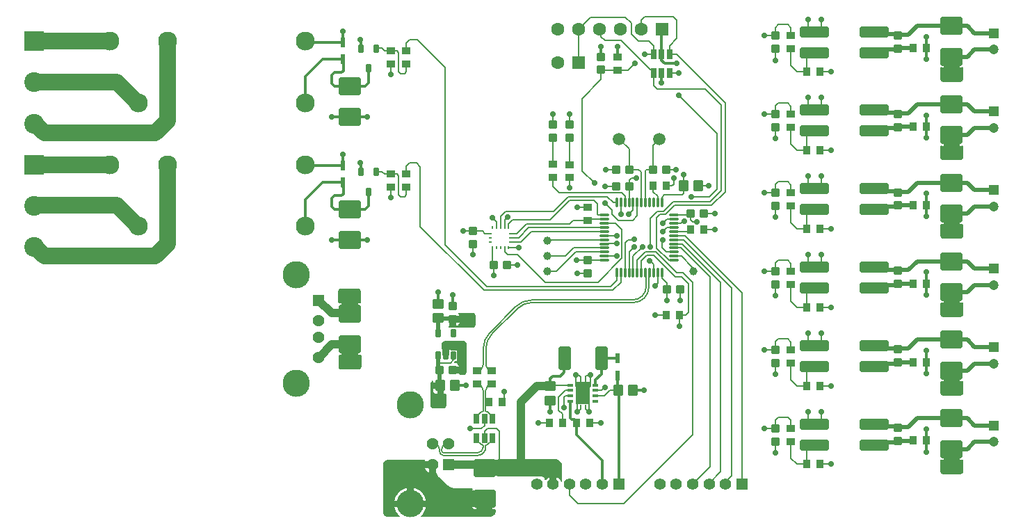
<source format=gtl>
G04*
G04 #@! TF.GenerationSoftware,Altium Limited,Altium Designer,22.10.1 (41)*
G04*
G04 Layer_Physical_Order=1*
G04 Layer_Color=16776960*
%FSLAX43Y43*%
%MOMM*%
G71*
G04*
G04 #@! TF.SameCoordinates,B95FFBA6-6113-45C9-A07F-A258FB423046*
G04*
G04*
G04 #@! TF.FilePolarity,Positive*
G04*
G01*
G75*
%ADD12C,0.500*%
%ADD13C,0.200*%
%ADD15C,0.300*%
%ADD53C,0.190*%
%ADD54C,1.000*%
G04:AMPARAMS|DCode=55|XSize=0.28mm|YSize=1.2mm|CornerRadius=0.07mm|HoleSize=0mm|Usage=FLASHONLY|Rotation=0.000|XOffset=0mm|YOffset=0mm|HoleType=Round|Shape=RoundedRectangle|*
%AMROUNDEDRECTD55*
21,1,0.280,1.060,0,0,0.0*
21,1,0.140,1.200,0,0,0.0*
1,1,0.140,0.070,-0.530*
1,1,0.140,-0.070,-0.530*
1,1,0.140,-0.070,0.530*
1,1,0.140,0.070,0.530*
%
%ADD55ROUNDEDRECTD55*%
G04:AMPARAMS|DCode=56|XSize=0.28mm|YSize=1.2mm|CornerRadius=0.07mm|HoleSize=0mm|Usage=FLASHONLY|Rotation=270.000|XOffset=0mm|YOffset=0mm|HoleType=Round|Shape=RoundedRectangle|*
%AMROUNDEDRECTD56*
21,1,0.280,1.060,0,0,270.0*
21,1,0.140,1.200,0,0,270.0*
1,1,0.140,-0.530,-0.070*
1,1,0.140,-0.530,0.070*
1,1,0.140,0.530,0.070*
1,1,0.140,0.530,-0.070*
%
%ADD56ROUNDEDRECTD56*%
%ADD57R,0.230X0.430*%
%ADD58R,1.800X2.740*%
G04:AMPARAMS|DCode=59|XSize=0.74mm|YSize=0.32mm|CornerRadius=0.013mm|HoleSize=0mm|Usage=FLASHONLY|Rotation=180.000|XOffset=0mm|YOffset=0mm|HoleType=Round|Shape=RoundedRectangle|*
%AMROUNDEDRECTD59*
21,1,0.740,0.294,0,0,180.0*
21,1,0.714,0.320,0,0,180.0*
1,1,0.026,-0.357,0.147*
1,1,0.026,0.357,0.147*
1,1,0.026,0.357,-0.147*
1,1,0.026,-0.357,-0.147*
%
%ADD59ROUNDEDRECTD59*%
%ADD60R,0.450X0.290*%
%ADD61R,0.290X0.450*%
G04:AMPARAMS|DCode=62|XSize=1mm|YSize=1.1mm|CornerRadius=0.125mm|HoleSize=0mm|Usage=FLASHONLY|Rotation=90.000|XOffset=0mm|YOffset=0mm|HoleType=Round|Shape=RoundedRectangle|*
%AMROUNDEDRECTD62*
21,1,1.000,0.850,0,0,90.0*
21,1,0.750,1.100,0,0,90.0*
1,1,0.250,0.425,0.375*
1,1,0.250,0.425,-0.375*
1,1,0.250,-0.425,-0.375*
1,1,0.250,-0.425,0.375*
%
%ADD62ROUNDEDRECTD62*%
G04:AMPARAMS|DCode=63|XSize=0.63mm|YSize=1.24mm|CornerRadius=0.079mm|HoleSize=0mm|Usage=FLASHONLY|Rotation=180.000|XOffset=0mm|YOffset=0mm|HoleType=Round|Shape=RoundedRectangle|*
%AMROUNDEDRECTD63*
21,1,0.630,1.083,0,0,180.0*
21,1,0.472,1.240,0,0,180.0*
1,1,0.158,-0.236,0.541*
1,1,0.158,0.236,0.541*
1,1,0.158,0.236,-0.541*
1,1,0.158,-0.236,-0.541*
%
%ADD63ROUNDEDRECTD63*%
%ADD64C,1.000*%
G04:AMPARAMS|DCode=65|XSize=1.3mm|YSize=3.5mm|CornerRadius=0.163mm|HoleSize=0mm|Usage=FLASHONLY|Rotation=270.000|XOffset=0mm|YOffset=0mm|HoleType=Round|Shape=RoundedRectangle|*
%AMROUNDEDRECTD65*
21,1,1.300,3.175,0,0,270.0*
21,1,0.975,3.500,0,0,270.0*
1,1,0.325,-1.588,-0.488*
1,1,0.325,-1.588,0.488*
1,1,0.325,1.588,0.488*
1,1,0.325,1.588,-0.488*
%
%ADD65ROUNDEDRECTD65*%
G04:AMPARAMS|DCode=66|XSize=0.6mm|YSize=1.05mm|CornerRadius=0.075mm|HoleSize=0mm|Usage=FLASHONLY|Rotation=180.000|XOffset=0mm|YOffset=0mm|HoleType=Round|Shape=RoundedRectangle|*
%AMROUNDEDRECTD66*
21,1,0.600,0.900,0,0,180.0*
21,1,0.450,1.050,0,0,180.0*
1,1,0.150,-0.225,0.450*
1,1,0.150,0.225,0.450*
1,1,0.150,0.225,-0.450*
1,1,0.150,-0.225,-0.450*
%
%ADD66ROUNDEDRECTD66*%
G04:AMPARAMS|DCode=67|XSize=1.26mm|YSize=0.58mm|CornerRadius=0.072mm|HoleSize=0mm|Usage=FLASHONLY|Rotation=270.000|XOffset=0mm|YOffset=0mm|HoleType=Round|Shape=RoundedRectangle|*
%AMROUNDEDRECTD67*
21,1,1.260,0.435,0,0,270.0*
21,1,1.115,0.580,0,0,270.0*
1,1,0.145,-0.217,-0.558*
1,1,0.145,-0.217,0.558*
1,1,0.145,0.217,0.558*
1,1,0.145,0.217,-0.558*
%
%ADD67ROUNDEDRECTD67*%
G04:AMPARAMS|DCode=68|XSize=1.4mm|YSize=1.15mm|CornerRadius=0.144mm|HoleSize=0mm|Usage=FLASHONLY|Rotation=270.000|XOffset=0mm|YOffset=0mm|HoleType=Round|Shape=RoundedRectangle|*
%AMROUNDEDRECTD68*
21,1,1.400,0.863,0,0,270.0*
21,1,1.113,1.150,0,0,270.0*
1,1,0.288,-0.431,-0.556*
1,1,0.288,-0.431,0.556*
1,1,0.288,0.431,0.556*
1,1,0.288,0.431,-0.556*
%
%ADD68ROUNDEDRECTD68*%
G04:AMPARAMS|DCode=69|XSize=1.4mm|YSize=1.15mm|CornerRadius=0.144mm|HoleSize=0mm|Usage=FLASHONLY|Rotation=180.000|XOffset=0mm|YOffset=0mm|HoleType=Round|Shape=RoundedRectangle|*
%AMROUNDEDRECTD69*
21,1,1.400,0.863,0,0,180.0*
21,1,1.113,1.150,0,0,180.0*
1,1,0.288,-0.556,0.431*
1,1,0.288,0.556,0.431*
1,1,0.288,0.556,-0.431*
1,1,0.288,-0.556,-0.431*
%
%ADD69ROUNDEDRECTD69*%
G04:AMPARAMS|DCode=70|XSize=1.5mm|YSize=2.8mm|CornerRadius=0.188mm|HoleSize=0mm|Usage=FLASHONLY|Rotation=0.000|XOffset=0mm|YOffset=0mm|HoleType=Round|Shape=RoundedRectangle|*
%AMROUNDEDRECTD70*
21,1,1.500,2.425,0,0,0.0*
21,1,1.125,2.800,0,0,0.0*
1,1,0.375,0.563,-1.212*
1,1,0.375,-0.563,-1.212*
1,1,0.375,-0.563,1.212*
1,1,0.375,0.563,1.212*
%
%ADD70ROUNDEDRECTD70*%
G04:AMPARAMS|DCode=71|XSize=2.743mm|YSize=2.159mm|CornerRadius=0.27mm|HoleSize=0mm|Usage=FLASHONLY|Rotation=180.000|XOffset=0mm|YOffset=0mm|HoleType=Round|Shape=RoundedRectangle|*
%AMROUNDEDRECTD71*
21,1,2.743,1.619,0,0,180.0*
21,1,2.203,2.159,0,0,180.0*
1,1,0.540,-1.102,0.810*
1,1,0.540,1.102,0.810*
1,1,0.540,1.102,-0.810*
1,1,0.540,-1.102,-0.810*
%
%ADD71ROUNDEDRECTD71*%
G04:AMPARAMS|DCode=72|XSize=0.92mm|YSize=1.08mm|CornerRadius=0.115mm|HoleSize=0mm|Usage=FLASHONLY|Rotation=270.000|XOffset=0mm|YOffset=0mm|HoleType=Round|Shape=RoundedRectangle|*
%AMROUNDEDRECTD72*
21,1,0.920,0.850,0,0,270.0*
21,1,0.690,1.080,0,0,270.0*
1,1,0.230,-0.425,-0.345*
1,1,0.230,-0.425,0.345*
1,1,0.230,0.425,0.345*
1,1,0.230,0.425,-0.345*
%
%ADD72ROUNDEDRECTD72*%
G04:AMPARAMS|DCode=73|XSize=0.92mm|YSize=1.08mm|CornerRadius=0.115mm|HoleSize=0mm|Usage=FLASHONLY|Rotation=180.000|XOffset=0mm|YOffset=0mm|HoleType=Round|Shape=RoundedRectangle|*
%AMROUNDEDRECTD73*
21,1,0.920,0.850,0,0,180.0*
21,1,0.690,1.080,0,0,180.0*
1,1,0.230,-0.345,0.425*
1,1,0.230,0.345,0.425*
1,1,0.230,0.345,-0.425*
1,1,0.230,-0.345,-0.425*
%
%ADD73ROUNDEDRECTD73*%
G04:AMPARAMS|DCode=74|XSize=0.6mm|YSize=1mm|CornerRadius=0.075mm|HoleSize=0mm|Usage=FLASHONLY|Rotation=0.000|XOffset=0mm|YOffset=0mm|HoleType=Round|Shape=RoundedRectangle|*
%AMROUNDEDRECTD74*
21,1,0.600,0.850,0,0,0.0*
21,1,0.450,1.000,0,0,0.0*
1,1,0.150,0.225,-0.425*
1,1,0.150,-0.225,-0.425*
1,1,0.150,-0.225,0.425*
1,1,0.150,0.225,0.425*
%
%ADD74ROUNDEDRECTD74*%
G04:AMPARAMS|DCode=75|XSize=0.94mm|YSize=1.03mm|CornerRadius=0.118mm|HoleSize=0mm|Usage=FLASHONLY|Rotation=90.000|XOffset=0mm|YOffset=0mm|HoleType=Round|Shape=RoundedRectangle|*
%AMROUNDEDRECTD75*
21,1,0.940,0.795,0,0,90.0*
21,1,0.705,1.030,0,0,90.0*
1,1,0.235,0.398,0.353*
1,1,0.235,0.398,-0.353*
1,1,0.235,-0.398,-0.353*
1,1,0.235,-0.398,0.353*
%
%ADD75ROUNDEDRECTD75*%
G04:AMPARAMS|DCode=76|XSize=0.94mm|YSize=1.03mm|CornerRadius=0.118mm|HoleSize=0mm|Usage=FLASHONLY|Rotation=0.000|XOffset=0mm|YOffset=0mm|HoleType=Round|Shape=RoundedRectangle|*
%AMROUNDEDRECTD76*
21,1,0.940,0.795,0,0,0.0*
21,1,0.705,1.030,0,0,0.0*
1,1,0.235,0.353,-0.398*
1,1,0.235,-0.353,-0.398*
1,1,0.235,-0.353,0.398*
1,1,0.235,0.353,0.398*
%
%ADD76ROUNDEDRECTD76*%
%ADD77C,2.000*%
%ADD78C,3.316*%
%ADD79C,1.428*%
%ADD80R,1.428X1.428*%
%ADD81C,1.600*%
%ADD82R,1.600X1.600*%
%ADD83C,2.400*%
%ADD84R,2.400X2.400*%
%ADD85C,2.300*%
%ADD86R,1.200X1.200*%
%ADD87C,1.200*%
%ADD88C,1.400*%
%ADD89R,1.400X1.400*%
%ADD90C,1.500*%
%ADD91C,0.700*%
G36*
X55931Y20734D02*
X56033D01*
X56216Y20770D01*
X56241Y20787D01*
X56353Y20727D01*
Y19488D01*
X56353Y19369D01*
D01*
X56336Y19249D01*
X56292Y19143D01*
X56180Y19030D01*
X56033Y18969D01*
X55953Y18969D01*
X53953Y18969D01*
X53953Y18969D01*
X53874Y18969D01*
X53727Y19030D01*
X53614Y19143D01*
X53553Y19290D01*
Y20691D01*
X53680Y20763D01*
X53829Y20734D01*
X53931D01*
Y22022D01*
X55931D01*
Y20734D01*
D02*
G37*
G36*
Y11180D02*
X56033D01*
X56216Y11217D01*
X56241Y11233D01*
X56353Y11173D01*
Y9939D01*
X56353Y9821D01*
D01*
X56336Y9701D01*
X56292Y9594D01*
X56180Y9481D01*
X56033Y9421D01*
X55953Y9421D01*
X53953Y9421D01*
X53953Y9421D01*
X53874Y9421D01*
X53727Y9481D01*
X53614Y9594D01*
X53553Y9741D01*
Y11138D01*
X53680Y11210D01*
X53829Y11180D01*
X53931D01*
Y12469D01*
X55931D01*
Y11180D01*
D02*
G37*
G36*
Y1627D02*
X56033D01*
X56216Y1663D01*
X56241Y1680D01*
X56353Y1620D01*
Y380D01*
X56353Y262D01*
D01*
X56336Y142D01*
X56292Y36D01*
X56180Y-77D01*
X56033Y-138D01*
X55953Y-138D01*
X53953Y-138D01*
X53953Y-138D01*
X53874Y-138D01*
X53727Y-77D01*
X53614Y36D01*
X53553Y183D01*
Y1584D01*
X53680Y1656D01*
X53829Y1627D01*
X53931D01*
Y2915D01*
X55931D01*
Y1627D01*
D02*
G37*
G36*
X-17372Y-6189D02*
X-17292D01*
X-17145Y-6250D01*
X-17033Y-6362D01*
X-16972Y-6509D01*
Y-7904D01*
X-17001Y-7932D01*
X-17099Y-7988D01*
X-17248Y-7958D01*
X-17350D01*
Y-9247D01*
X-19350D01*
Y-7958D01*
X-19452D01*
X-19635Y-7995D01*
X-19649Y-8004D01*
X-19772Y-7933D01*
Y-6589D01*
X-19772Y-6589D01*
X-19772Y-6589D01*
Y-6589D01*
X-19757Y-6472D01*
X-19711Y-6362D01*
X-19599Y-6250D01*
X-19452Y-6189D01*
X-19372Y-6189D01*
X-17372Y-6189D01*
Y-6189D01*
D02*
G37*
G36*
X55931Y-7927D02*
X56033D01*
X56216Y-7891D01*
X56241Y-7874D01*
X56353Y-7934D01*
Y-9173D01*
X56353Y-9291D01*
D01*
X56336Y-9411D01*
X56292Y-9518D01*
X56180Y-9630D01*
X56033Y-9691D01*
X55953Y-9691D01*
X53953Y-9691D01*
X53953Y-9691D01*
X53874Y-9691D01*
X53727Y-9630D01*
X53614Y-9518D01*
X53553Y-9371D01*
Y-7970D01*
X53680Y-7897D01*
X53829Y-7927D01*
X53931D01*
Y-6638D01*
X55931D01*
Y-7927D01*
D02*
G37*
G36*
X-3412Y-9140D02*
X-3412Y-9140D01*
X-3412D01*
X-3295Y-9154D01*
X-3178Y-9203D01*
X-3063Y-9318D01*
X-3000Y-9470D01*
X-3000Y-9552D01*
Y-10564D01*
X-3000Y-10564D01*
Y-10641D01*
X-3059Y-10782D01*
X-3167Y-10890D01*
X-3308Y-10949D01*
X-6350D01*
Y-10798D01*
X-6252Y-10718D01*
X-6200Y-10728D01*
Y-9950D01*
X-5800D01*
Y-9550D01*
X-4986D01*
X-5009Y-9435D01*
X-5102Y-9297D01*
X-5146Y-9267D01*
X-5107Y-9140D01*
X-3412D01*
X-3412Y-9140D01*
D02*
G37*
G36*
X-17350Y-14295D02*
X-17248D01*
X-17065Y-14259D01*
X-17040Y-14242D01*
X-16928Y-14302D01*
Y-15546D01*
X-16928Y-15665D01*
D01*
X-16945Y-15785D01*
X-16989Y-15891D01*
X-17101Y-16004D01*
X-17248Y-16065D01*
X-17328Y-16065D01*
X-19328Y-16065D01*
X-19328Y-16065D01*
X-19408Y-16065D01*
X-19555Y-16004D01*
X-19667Y-15891D01*
X-19728Y-15744D01*
Y-14338D01*
X-19601Y-14266D01*
X-19452Y-14295D01*
X-19350D01*
Y-13007D01*
X-17350D01*
Y-14295D01*
D02*
G37*
G36*
X-4550Y-12550D02*
X-4460Y-12550D01*
X-4295Y-12619D01*
X-4168Y-12745D01*
X-4111Y-12883D01*
X-4100Y-13000D01*
Y-13000D01*
X-4100D01*
X-4100Y-13000D01*
X-4100Y-16300D01*
X-4100Y-16380D01*
X-4161Y-16527D01*
X-4273Y-16639D01*
X-4380Y-16683D01*
X-4500Y-16700D01*
X-4989D01*
X-5086Y-16573D01*
X-5072Y-16500D01*
X-5849D01*
Y-15700D01*
X-5072D01*
X-5103Y-15540D01*
X-5196Y-15401D01*
X-5334Y-15309D01*
X-5497Y-15277D01*
X-5636D01*
X-5640Y-15150D01*
X-5536Y-15047D01*
X-5526Y-15031D01*
X-5474D01*
X-5395Y-15015D01*
X-5329Y-14971D01*
X-5284Y-14904D01*
X-5268Y-14825D01*
Y-13925D01*
X-5284Y-13846D01*
X-5329Y-13779D01*
X-5395Y-13735D01*
X-5474Y-13719D01*
X-5924D01*
X-6003Y-13735D01*
X-6141Y-13674D01*
X-6154Y-13655D01*
X-6249Y-13591D01*
Y-14375D01*
X-7049D01*
Y-13552D01*
X-7074Y-13543D01*
X-7131Y-13513D01*
Y-12885D01*
X-7067Y-12731D01*
X-6949Y-12614D01*
X-6796Y-12550D01*
X-6712Y-12550D01*
X-6712Y-12550D01*
X-4550Y-12550D01*
D02*
G37*
G36*
X55931Y-17481D02*
X56033D01*
X56216Y-17444D01*
X56241Y-17427D01*
X56353Y-17487D01*
Y-18732D01*
X56353Y-18850D01*
D01*
X56336Y-18970D01*
X56292Y-19076D01*
X56180Y-19189D01*
X56033Y-19250D01*
X55953Y-19250D01*
X53953Y-19250D01*
X53953Y-19250D01*
X53874Y-19250D01*
X53727Y-19189D01*
X53614Y-19076D01*
X53553Y-18929D01*
Y-17523D01*
X53680Y-17451D01*
X53829Y-17481D01*
X53931D01*
Y-16192D01*
X55931D01*
Y-17481D01*
D02*
G37*
G36*
X-8298Y-17428D02*
X-8183Y-17505D01*
X-8183Y-17528D01*
Y-17600D01*
X-7299D01*
Y-18000D01*
X-6899D01*
Y-19009D01*
X-6868D01*
X-6716Y-18978D01*
X-6589Y-19044D01*
Y-20388D01*
X-6589Y-20388D01*
X-6589Y-20470D01*
X-6652Y-20622D01*
X-6767Y-20737D01*
X-6919Y-20800D01*
X-7001Y-20800D01*
X-8097Y-20800D01*
X-8097Y-20800D01*
X-8175Y-20800D01*
X-8319Y-20740D01*
X-8430Y-20630D01*
X-8490Y-20486D01*
X-8490Y-20408D01*
Y-17707D01*
X-8466Y-17589D01*
X-8443Y-17534D01*
X-8357Y-17448D01*
X-8306Y-17426D01*
X-8298Y-17428D01*
D02*
G37*
G36*
X-9163Y-27127D02*
X-9219Y-27225D01*
X-8279D01*
Y-27625D01*
X-7879D01*
Y-28568D01*
X-7862Y-28563D01*
X-7748Y-28626D01*
X-7735Y-28695D01*
X-7658Y-28880D01*
X-7560Y-29027D01*
X-7547Y-29046D01*
X-7479Y-29121D01*
X-7479Y-29121D01*
X-6489Y-30111D01*
X-6392Y-30199D01*
X-6176Y-30343D01*
X-5936Y-30443D01*
X-5680Y-30494D01*
X-5550Y-30500D01*
X-5550Y-30500D01*
X-3428D01*
X-3386Y-30625D01*
X-3485Y-30773D01*
X-1946D01*
Y-31773D01*
X-946D01*
Y-33062D01*
X-844D01*
X-727Y-33039D01*
X-600Y-33126D01*
Y-33283D01*
X-600Y-33356D01*
X-628Y-33497D01*
X-683Y-33631D01*
X-764Y-33751D01*
X-866Y-33853D01*
X-986Y-33933D01*
X-1120Y-33989D01*
X-1211Y-34007D01*
X-1333Y-34017D01*
X-1333Y-34017D01*
X-1333Y-34017D01*
X-9679D01*
X-9715Y-33890D01*
X-9468Y-33643D01*
X-9254Y-33322D01*
X-9106Y-32966D01*
X-9072Y-32795D01*
X-10989D01*
X-12906D01*
X-12872Y-32966D01*
X-12724Y-33322D01*
X-12510Y-33643D01*
X-12263Y-33890D01*
X-12300Y-34017D01*
X-13690D01*
X-13811Y-34017D01*
X-14035Y-33924D01*
X-14207Y-33752D01*
X-14300Y-33528D01*
X-14300Y-33407D01*
Y-27613D01*
X-14300Y-27491D01*
X-14207Y-27266D01*
X-14034Y-27093D01*
X-13809Y-27000D01*
X-13687Y-27000D01*
X-13687Y-27000D01*
Y-27000D01*
X-9236Y-27000D01*
X-9163Y-27127D01*
D02*
G37*
G36*
X55931Y-27034D02*
X56033D01*
X56216Y-26998D01*
X56241Y-26981D01*
X56353Y-27041D01*
Y-28285D01*
X56353Y-28403D01*
D01*
X56336Y-28523D01*
X56292Y-28630D01*
X56180Y-28742D01*
X56033Y-28803D01*
X55953Y-28803D01*
X53953Y-28803D01*
X53953Y-28803D01*
X53874Y-28803D01*
X53727Y-28742D01*
X53614Y-28630D01*
X53553Y-28483D01*
Y-27077D01*
X53680Y-27004D01*
X53829Y-27034D01*
X53931D01*
Y-25746D01*
X55931D01*
Y-27034D01*
D02*
G37*
G36*
X6583Y-26934D02*
X6583Y-26934D01*
X6583D01*
X6701Y-26939D01*
X6850Y-26969D01*
X7017Y-27038D01*
X7168Y-27139D01*
X7295Y-27266D01*
X7396Y-27416D01*
X7465Y-27583D01*
X7500Y-27761D01*
X7500Y-27851D01*
X7500Y-29100D01*
Y-29751D01*
X7373Y-29768D01*
X7332Y-29614D01*
X7200Y-29386D01*
X7014Y-29200D01*
X6800Y-29076D01*
Y-30000D01*
X6000D01*
Y-29076D01*
X5786Y-29200D01*
X5600Y-29386D01*
X5527Y-29512D01*
X5517Y-29509D01*
X5400Y-29472D01*
X5393Y-29399D01*
X5374Y-29354D01*
X5337Y-29265D01*
X5235Y-29163D01*
X5101Y-29107D01*
X5028Y-29100D01*
X-323Y-29100D01*
X-372Y-29013D01*
X-1946D01*
Y-27013D01*
X-365D01*
X-318Y-26934D01*
X6583D01*
X6583Y-26934D01*
D02*
G37*
%LPC*%
G36*
X-4986Y-10350D02*
X-5400D01*
Y-10728D01*
X-5240Y-10696D01*
X-5102Y-10604D01*
X-5009Y-10465D01*
X-4986Y-10350D01*
D02*
G37*
G36*
X-7699Y-18400D02*
X-8183D01*
Y-18556D01*
X-8149Y-18729D01*
X-8050Y-18876D01*
X-7904Y-18974D01*
X-7731Y-19009D01*
X-7699D01*
Y-18400D01*
D02*
G37*
G36*
X-8679Y-28025D02*
X-9219D01*
X-9091Y-28247D01*
X-8902Y-28436D01*
X-8679Y-28565D01*
Y-28025D01*
D02*
G37*
G36*
X-10589Y-30478D02*
Y-31995D01*
X-9072D01*
X-9106Y-31824D01*
X-9254Y-31467D01*
X-9468Y-31147D01*
X-9741Y-30874D01*
X-10062Y-30660D01*
X-10418Y-30512D01*
X-10589Y-30478D01*
D02*
G37*
G36*
X-11389Y-30478D02*
X-11560Y-30512D01*
X-11917Y-30660D01*
X-12237Y-30874D01*
X-12510Y-31147D01*
X-12724Y-31467D01*
X-12872Y-31824D01*
X-12906Y-31995D01*
X-11389D01*
Y-30478D01*
D02*
G37*
G36*
X-2946Y-32773D02*
X-3485D01*
X-3386Y-32922D01*
X-3231Y-33026D01*
X-3047Y-33062D01*
X-2946D01*
Y-32773D01*
D02*
G37*
%LPD*%
D12*
X-7449Y-17638D02*
G03*
X-7299Y-18000I512J0D01*
G01*
X-7599Y-15738D02*
G03*
X-7449Y-16100I512J0D01*
G01*
X-7599Y-15238D02*
Y-14375D01*
Y-15738D02*
Y-15238D01*
X-7507Y-9875D02*
X-5875D01*
X-5800Y-9950D01*
X-7582Y-9800D02*
X-7507Y-9875D01*
X-7590Y-11616D02*
Y-9809D01*
X-7599Y-11625D02*
X-7590Y-11616D01*
Y-9809D02*
X-7582Y-9800D01*
X-7449Y-17638D02*
Y-16100D01*
X57727Y-22868D02*
X60100D01*
X49639Y-23062D02*
X50716Y-21986D01*
X45485Y-22704D02*
X45791Y-23010D01*
X48236D01*
X48288Y-23062D01*
X49639D01*
X56844Y-21986D02*
X57727Y-22868D01*
X50716Y-21986D02*
X56844D01*
X57727Y-13314D02*
X60100D01*
X45485Y-13150D02*
X45791Y-13456D01*
X48236D01*
X45847Y-15328D02*
X48241D01*
X45485Y-15690D02*
X45847Y-15328D01*
X57727Y13346D02*
X60100D01*
X57727Y5793D02*
X60100D01*
X57727Y-5761D02*
X60100D01*
X57727Y3793D02*
X60100D01*
X57727Y-3761D02*
X60100D01*
X56844Y-6643D02*
X57727Y-5761D01*
X54931Y-6643D02*
X56844D01*
X54931Y-2878D02*
X56844D01*
X57727Y-3761D01*
X50716Y-12432D02*
X54931D01*
X48241Y-5775D02*
X48374Y-5641D01*
X48236Y-3902D02*
X48288Y-3954D01*
X45485Y-6136D02*
X45847Y-5775D01*
X45485Y-3596D02*
X45791Y-3902D01*
X45847Y-5775D02*
X48241D01*
X45791Y-3902D02*
X48236D01*
X50716Y16229D02*
X54931D01*
X48236Y15205D02*
X48288Y15153D01*
X49639D01*
X50716Y16229D01*
X50233Y13491D02*
X50258Y13516D01*
X48399Y-5616D02*
X50233D01*
X50258Y-5591D01*
X48288Y-3954D02*
X49639D01*
X48374Y13466D02*
X48399Y13491D01*
X48241Y13333D02*
X48374Y13466D01*
X48399Y3937D02*
X50233D01*
X48374Y3912D02*
X48399Y3937D01*
X48241Y3779D02*
X48374Y3912D01*
X45847Y3779D02*
X48241D01*
X45485Y3417D02*
X45847Y3779D01*
X50716Y-2878D02*
X54931D01*
X49639Y-3954D02*
X50716Y-2878D01*
X50233Y3937D02*
X50258Y3962D01*
X48374Y-5641D02*
X48399Y-5616D01*
X54931Y25782D02*
X56844D01*
X57727Y24900D01*
X45847Y22886D02*
X48241D01*
X45791Y24758D02*
X48236D01*
X45485Y22524D02*
X45847Y22886D01*
X45485Y25064D02*
X45791Y24758D01*
X57727Y15346D02*
X60100D01*
X56844Y16229D02*
X57727Y15346D01*
X54931Y12464D02*
X56844D01*
X45791Y15205D02*
X48236D01*
X45485Y15511D02*
X45791Y15205D01*
X45847Y13333D02*
X48241D01*
X45485Y12971D02*
X45847Y13333D01*
X56844Y6675D02*
X57727Y5793D01*
X54931Y6675D02*
X56844D01*
Y2910D02*
X57727Y3793D01*
X54931Y2910D02*
X56844D01*
X57727Y24900D02*
X60100D01*
X57727Y22900D02*
X60100D01*
X56844Y22018D02*
X57727Y22900D01*
X54931Y22018D02*
X56844D01*
X48374Y23019D02*
X48399Y23044D01*
X50716Y25782D02*
X54931D01*
X49639Y24706D02*
X50716Y25782D01*
X48399Y23044D02*
X50233D01*
X50258Y23069D01*
X48288Y24706D02*
X49639D01*
X48241Y22886D02*
X48374Y23019D01*
X48236Y24758D02*
X48288Y24706D01*
X48399Y13491D02*
X50233D01*
X54931Y16229D02*
X56844D01*
X45485Y5957D02*
X45791Y5651D01*
X48288Y5599D02*
X49639D01*
X50716Y6675D02*
X54931D01*
X49639Y5599D02*
X50716Y6675D01*
X48236Y5651D02*
X48288Y5599D01*
X45791Y5651D02*
X48236D01*
X56844Y12464D02*
X57727Y13346D01*
X56844Y-12432D02*
X57727Y-13314D01*
Y-15314D02*
X60100D01*
X56844Y-16197D02*
X57727Y-15314D01*
X54931Y-25750D02*
X56844D01*
X57727Y-24868D02*
X60100D01*
X56844Y-25750D02*
X57727Y-24868D01*
X45847Y-24882D02*
X48241D01*
X48374Y-24749D02*
X48399Y-24724D01*
X48241Y-24882D02*
X48374Y-24749D01*
X45485Y-25244D02*
X45847Y-24882D01*
X48399Y-24724D02*
X50233D01*
X50258Y-24699D01*
X54931Y-12432D02*
X56844D01*
X54931Y-16197D02*
X56844D01*
X48288Y-13508D02*
X49639D01*
X48374Y-15195D02*
X48399Y-15170D01*
X49639Y-13508D02*
X50716Y-12432D01*
X50233Y-15170D02*
X50258Y-15145D01*
X48399Y-15170D02*
X50233D01*
X48241Y-15328D02*
X48374Y-15195D01*
X48236Y-13456D02*
X48288Y-13508D01*
D13*
X21709Y17367D02*
X26381Y12696D01*
Y5924D02*
Y12696D01*
X24968Y18100D02*
X26898Y16170D01*
X18676Y18524D02*
X19100Y18100D01*
X24968D01*
X23201Y4993D02*
X25449D01*
X19711Y-1244D02*
Y-286D01*
X20576Y20047D02*
X21705D01*
X14252Y20395D02*
X15553D01*
X16341Y21184D01*
X12692Y23984D02*
X14711D01*
X18205Y20489D02*
X18461D01*
X18676Y18524D02*
Y20274D01*
X18461Y20489D02*
X18676Y20274D01*
X14711Y23984D02*
X18205Y20489D01*
X17547Y22347D02*
X18676D01*
X18060Y23940D02*
X18676Y23324D01*
Y22347D02*
Y23324D01*
X16815Y23940D02*
X18060D01*
X15937Y24818D02*
X16815Y23940D01*
X15190Y26844D02*
X15937Y26097D01*
Y24818D02*
Y26097D01*
X10984Y26844D02*
X15190D01*
X9530Y25390D02*
X10984Y26844D01*
X12070Y25390D02*
X12256Y25205D01*
Y24421D02*
Y25205D01*
Y24421D02*
X12692Y23984D01*
X21024Y26876D02*
X21466Y26434D01*
X20576Y23376D02*
X21466Y24266D01*
Y26434D01*
X17150Y26492D02*
X17534Y26876D01*
X21024D01*
X17150Y25390D02*
Y26492D01*
X20576Y22347D02*
Y23376D01*
Y22347D02*
X21453D01*
X27376Y16424D01*
X23352Y-3947D02*
X23506Y-4100D01*
X23352Y-3947D02*
Y-3552D01*
X22050Y-2250D02*
X23352Y-3552D01*
X21157Y-2250D02*
X22050D01*
X21157Y-1250D02*
X21989D01*
X25489Y-4751D01*
Y-27911D02*
Y-4751D01*
X21157Y-750D02*
X22142D01*
X26809Y-28492D02*
Y-5417D01*
X22142Y-750D02*
X26809Y-5417D01*
X21157Y-250D02*
X22259D01*
X28117Y-28990D02*
Y-6108D01*
X22259Y-250D02*
X28117Y-6108D01*
X29400Y-30000D02*
Y-6709D01*
X21157Y250D02*
X22441D01*
X29400Y-6709D01*
X22001Y1750D02*
X22232Y1981D01*
X21157Y1750D02*
X22001D01*
X22232Y1981D02*
X22349D01*
X15550Y-250D02*
X16236D01*
X15157Y-643D02*
X15550Y-250D01*
X16236D02*
X16300Y-185D01*
X15657Y-1743D02*
X16252Y-1148D01*
X16295D01*
X19412Y2826D02*
X20111D01*
X19023Y2437D02*
X19412Y2826D01*
X19023Y-1273D02*
Y2437D01*
X18200Y-1095D02*
Y2341D01*
X19084Y3225D02*
X19848D01*
X18200Y2341D02*
X19084Y3225D01*
X12660Y253D02*
X14142D01*
X14660Y2847D02*
Y4247D01*
X8409Y13819D02*
X8411Y13817D01*
X8409Y13819D02*
Y15044D01*
X8400Y8900D02*
Y12174D01*
X9952Y8103D02*
X11426Y6629D01*
X9952Y16946D02*
X12250Y19244D01*
X9952Y8103D02*
Y16946D01*
X8391Y7291D02*
X8400Y7300D01*
X8391Y6098D02*
Y7291D01*
X7161Y5439D02*
X14752D01*
X15157Y5034D01*
X6400Y6200D02*
X7161Y5439D01*
X20217Y-1750D02*
X21157D01*
X19711Y-1244D02*
X20217Y-1750D01*
X19726Y1724D02*
X20252Y2250D01*
X35370Y24569D02*
Y25524D01*
X32093Y-4088D02*
X33443D01*
X33456Y-4100D01*
X32093Y-13641D02*
X33443D01*
X33456Y-13654D01*
X32093Y-23195D02*
X33443D01*
X33456Y-23208D01*
X32093Y5466D02*
X33443D01*
X33456Y5453D01*
X32093Y15020D02*
X33443D01*
X33456Y15007D01*
X32093Y24573D02*
X33443D01*
X33456Y24560D01*
X20252Y1250D02*
X21157D01*
X19726Y724D02*
X20252Y1250D01*
Y2250D02*
X21157D01*
X20111Y2826D02*
X21206Y3921D01*
X19848Y3225D02*
X20990Y4367D01*
X25528D01*
X21206Y3921D02*
X25728D01*
X12982Y4996D02*
X13728Y4250D01*
X6459Y3200D02*
X8254Y4996D01*
X12982D01*
X11799Y2875D02*
Y4140D01*
X11397Y4542D02*
X11799Y4140D01*
X8442Y4542D02*
X11397D01*
X6064Y2164D02*
X8442Y4542D01*
X6363Y13846D02*
Y15071D01*
Y13846D02*
X6364Y13844D01*
X6384Y8958D02*
Y12170D01*
Y8958D02*
X6415Y8927D01*
X6353Y12201D02*
X6384Y12170D01*
X6400Y6200D02*
Y7312D01*
X6415Y7327D01*
X13728Y4250D02*
X14157D01*
X15157D02*
Y5034D01*
X35370Y-4091D02*
Y-3137D01*
X13588Y2885D02*
Y3361D01*
X12750Y4200D02*
X13588Y3361D01*
Y2885D02*
X14373Y2100D01*
X16100D01*
X15157Y-4250D02*
Y-643D01*
X15657Y-4250D02*
Y-1743D01*
X16157Y-4250D02*
Y-2243D01*
X17295Y-1105D01*
X5850Y-250D02*
X12657D01*
X5700Y-400D02*
X5850Y-250D01*
X7950Y-2250D02*
X8950Y-1250D01*
X5700Y-2250D02*
X7950D01*
X8950Y-1250D02*
X12657D01*
X5700Y-4100D02*
X6800D01*
X9150Y-1750D01*
X12657D01*
X600Y3200D02*
X6459D01*
X16657Y4250D02*
X16658Y4249D01*
X8400Y1700D02*
X8812Y2112D01*
X10624D01*
X10762Y2250D01*
X12657D01*
X25449Y4993D02*
X26381Y5924D01*
X25528Y4367D02*
X26898Y5737D01*
Y16170D01*
X25728Y3921D02*
X27376Y5569D01*
Y16424D01*
X16100Y2100D02*
X16657Y2657D01*
Y4250D01*
X12250Y19244D02*
Y20422D01*
X19023Y-1273D02*
X20500Y-2750D01*
X16160Y3363D02*
Y4247D01*
X15644Y2847D02*
X16160Y3363D01*
X16157Y4250D02*
X16160Y4247D01*
X14241Y20405D02*
X14250Y20397D01*
X12266Y20405D02*
X14241D01*
X12250Y20422D02*
X12266Y20405D01*
X18657Y-4250D02*
Y-3284D01*
X18181Y-2809D02*
X18657Y-3284D01*
X23152Y2193D02*
X23401Y1944D01*
X23952D01*
X23152Y2193D02*
Y2950D01*
X21157Y2750D02*
X23152D01*
X24752Y2950D02*
X26102D01*
X24739Y2963D02*
X24752Y2950D01*
X192Y-20034D02*
X434Y-19791D01*
X15657Y6245D02*
Y6976D01*
X20500Y-2750D02*
X21157D01*
X9530Y21304D02*
Y25390D01*
X9526Y21300D02*
X9530Y21304D01*
X-6055Y-15238D02*
X-5700Y-14883D01*
X-7599Y-15238D02*
X-6055D01*
X-5700Y-14883D02*
Y-14376D01*
X-5699Y-14375D01*
X-9750Y1350D02*
Y8615D01*
X-1981Y-6419D02*
X13690D01*
X-9750Y1350D02*
X-1981Y-6419D01*
X-6700Y-900D02*
Y20700D01*
Y-900D02*
X-1660Y-5940D01*
X13418D01*
X900Y-2100D02*
X2100D01*
X5426Y-5426D01*
X11851D01*
X1225Y-500D02*
X2531D01*
X3781Y750D02*
X12657D01*
X2531Y-500D02*
X3781Y750D01*
X1225Y0D02*
X2200D01*
X3450Y1250D02*
X12657D01*
X2200Y0D02*
X3450Y1250D01*
X1225Y500D02*
X2000D01*
X3200Y1700D02*
X8400D01*
X2000Y500D02*
X3200Y1700D01*
X11851Y-5426D02*
X14771Y-2506D01*
X13690Y-6419D02*
X14657Y-5452D01*
Y-4250D01*
X13418Y-5940D02*
X14157Y-5201D01*
X-11047Y9094D02*
X-10230D01*
X-9750Y8615D01*
X14157Y-5201D02*
Y-4250D01*
X434Y-19791D02*
Y-18699D01*
X7780Y-19420D02*
X7938Y-19263D01*
X7091Y-19409D02*
X7887Y-18612D01*
X7780Y-20701D02*
Y-19420D01*
X7091Y-20997D02*
Y-19409D01*
Y-20997D02*
X7536Y-21442D01*
X10876Y-22538D02*
X12226D01*
X7536Y-22538D02*
Y-21442D01*
X4589Y-22537D02*
X5939D01*
X21819Y-10750D02*
Y-9400D01*
X11583Y-19263D02*
X12637D01*
X13363Y-18538D02*
X14337D01*
X12637Y-19263D02*
X13363Y-18538D01*
X18869Y-9400D02*
X20219D01*
X10393Y-20867D02*
X10733Y-21207D01*
X10803D01*
X10387Y-20522D02*
X10393Y-20528D01*
Y-20867D02*
Y-20528D01*
X9322Y-21207D02*
X9423D01*
X9742Y-20888D01*
Y-20527D01*
X9738Y-20522D02*
X9742Y-20527D01*
X10387Y-16913D02*
X10487Y-16813D01*
X10836D02*
X10932Y-16717D01*
X10487Y-16813D02*
X10836D01*
X10387Y-17353D02*
Y-16913D01*
X9200Y-16700D02*
X9296Y-16796D01*
X9596D01*
X9738Y-17353D02*
Y-16938D01*
X9596Y-16796D02*
X9738Y-16938D01*
X9322Y-21207D02*
Y-19678D01*
X10062Y-18938D02*
X10803Y-19678D01*
Y-21207D02*
Y-19678D01*
X10062Y-18938D02*
X10932Y-18068D01*
Y-16717D01*
X9200Y-18075D02*
X10062Y-18938D01*
X9200Y-18075D02*
Y-16700D01*
X9322Y-19678D02*
X10062Y-18938D01*
X7938Y-19263D02*
X8542D01*
X7887Y-18612D02*
X8542D01*
X6162Y-17962D02*
X8542D01*
X6062Y-18062D02*
X6162Y-17962D01*
X23400Y-30000D02*
X25489Y-27911D01*
X25400Y-29901D02*
X26809Y-28492D01*
X27400Y-29707D02*
X28117Y-28990D01*
X27400Y-30000D02*
Y-29707D01*
X25400Y-30000D02*
Y-29901D01*
X18814Y-5868D02*
Y-5847D01*
X19160Y-5501D02*
Y-4253D01*
X18814Y-5847D02*
X19160Y-5501D01*
X19157Y-4250D02*
X19160Y-4253D01*
X20244Y-7608D02*
Y-6258D01*
X21844Y-7608D02*
Y-6258D01*
X24740Y959D02*
X26090D01*
X23131Y750D02*
X23140Y759D01*
X21157Y750D02*
X23131D01*
X1465Y2164D02*
X6064D01*
X1000Y1700D02*
X1465Y2164D01*
X11916Y2758D02*
X12649D01*
X11799Y2875D02*
X11916Y2758D01*
X10614Y3732D02*
X10629Y3717D01*
X9316Y3732D02*
X10614D01*
X12649Y2758D02*
X12657Y2750D01*
X14011Y1750D02*
X14771Y990D01*
Y-2506D02*
Y990D01*
X12657Y1750D02*
X14011D01*
X12660Y-2247D02*
X14142D01*
X12657Y-2250D02*
X12660Y-2247D01*
X14142D02*
X14145Y-2244D01*
X12657Y-750D02*
X12660Y-747D01*
X14142D02*
X14145Y-744D01*
X12660Y-747D02*
X14142D01*
X-100Y-27774D02*
Y-23600D01*
X-1903Y-24331D02*
Y-23570D01*
X-1946Y-24373D02*
X-1903Y-24331D01*
X-1533Y-23200D02*
X-500D01*
X-1903Y-23570D02*
X-1533Y-23200D01*
X-3655Y-23236D02*
X-2298D01*
X-1944Y-22882D02*
Y-22075D01*
X-2298Y-23236D02*
X-1944Y-22882D01*
X-500Y-23200D02*
X-100Y-23600D01*
X-11451Y22720D02*
Y23691D01*
X-11047Y24095D01*
X-10094D01*
X-6700Y20700D01*
X-11451Y8691D02*
X-11047Y9094D01*
X-11451Y7720D02*
Y8691D01*
X500Y1225D02*
Y2132D01*
X879Y2512D01*
X1000Y1225D02*
Y1700D01*
X0Y2600D02*
X600Y3200D01*
X0Y1225D02*
Y2600D01*
X-996Y2407D02*
X-500Y1912D01*
Y1225D02*
Y1912D01*
X500Y-1700D02*
X900Y-2100D01*
X500Y-1700D02*
Y-1225D01*
X1000D02*
X1002Y-1227D01*
X2221D02*
X2223Y-1230D01*
X1002Y-1227D02*
X2221D01*
X-1000Y-3112D02*
Y-1225D01*
Y-3112D02*
X-788Y-3325D01*
X-790Y-4576D02*
Y-3327D01*
X815Y-3327D02*
X2063D01*
X813Y-3325D02*
X815Y-3327D01*
X-4576Y802D02*
X-3327D01*
X-3325Y800D01*
X-3327Y-802D02*
X-3325Y-800D01*
X-3327Y-2051D02*
Y-802D01*
X-2200Y800D02*
X-1900Y500D01*
X-3325Y800D02*
X-2200D01*
X-1900Y500D02*
X-1225D01*
X-11691Y4966D02*
X-11451Y5206D01*
X-13359Y4892D02*
Y6120D01*
X-12387Y5192D02*
X-12162Y4966D01*
X-11691D01*
X-15052Y8048D02*
X-14469D01*
X-15106Y7994D02*
X-15052Y8048D01*
X-12387Y5192D02*
Y7515D01*
X-14142Y7720D02*
X-13359D01*
X-12593D02*
X-12387Y7515D01*
X-14469Y8048D02*
X-14142Y7720D01*
X-13359D02*
X-12593D01*
X-11451Y5206D02*
Y6120D01*
X-11451Y20206D02*
Y21121D01*
X-14469Y23048D02*
X-14142Y22721D01*
X-15106Y22994D02*
X-15052Y23048D01*
X-14469D01*
X-12162Y19966D02*
X-11691D01*
X-13359Y22721D02*
X-12593D01*
X-12387Y20192D02*
X-12162Y19966D01*
X-11691D02*
X-11451Y20206D01*
X-13359Y19892D02*
Y21121D01*
X-12387Y20192D02*
Y22515D01*
X-12593Y22721D02*
X-12387Y22515D01*
X-14142Y22721D02*
X-13359D01*
X34963Y-21837D02*
X35370Y-22244D01*
X37434Y-22158D02*
Y-21177D01*
X39085Y-22158D02*
Y-21177D01*
X38540Y-22704D02*
X39085Y-22158D01*
X37434D02*
X37980Y-22704D01*
X33802Y-21837D02*
X34963D01*
X33443Y-22197D02*
X33802Y-21837D01*
X36126Y-18035D02*
X37284D01*
X35370Y-17279D02*
X36126Y-18035D01*
X35370Y-17279D02*
Y-15245D01*
X33443Y-16613D02*
Y-15241D01*
X39085Y6502D02*
Y7484D01*
X38540Y5957D02*
X39085Y6502D01*
X33443Y12048D02*
Y13419D01*
X37829Y-6136D02*
X38260D01*
X37284Y-6682D02*
X37829Y-6136D01*
X35370Y-7725D02*
X36126Y-8481D01*
X35370Y-7725D02*
Y-5691D01*
X37434Y-12605D02*
X37980Y-13150D01*
X38892Y-8481D02*
X40264D01*
X37434Y-12605D02*
Y-11624D01*
X39085Y-12605D02*
Y-11624D01*
X37284Y-8481D02*
Y-6682D01*
X36126Y-8481D02*
X37284D01*
X33443Y6464D02*
X33802Y6824D01*
X33443Y5466D02*
Y6464D01*
Y15020D02*
Y16017D01*
X37284Y21979D02*
X37829Y22524D01*
X33443Y24573D02*
Y25571D01*
Y-4087D02*
Y-3090D01*
X33443Y2494D02*
Y3866D01*
X33443Y-3090D02*
X33802Y-2730D01*
X33443Y-7060D02*
Y-5688D01*
X37284Y1072D02*
Y2872D01*
X36126Y1072D02*
X37284D01*
X37829Y3417D02*
X38260D01*
X37284Y2872D02*
X37829Y3417D01*
X35370Y1828D02*
X36126Y1072D01*
X35370Y1828D02*
Y3862D01*
X38892Y1072D02*
X40264D01*
X37980Y-3596D02*
X38540D01*
X33802Y-2730D02*
X34963D01*
X39085Y-3051D02*
Y-2070D01*
X34963Y-2730D02*
X35370Y-3137D01*
X37434Y-3051D02*
X37980Y-3596D01*
X37434Y-3051D02*
Y-2070D01*
X38540Y-3596D02*
X39085Y-3051D01*
X34963Y25931D02*
X35370Y25524D01*
X33802Y25931D02*
X34963D01*
X33443Y25571D02*
X33802Y25931D01*
Y16377D02*
X34963D01*
X37434Y16056D02*
Y17037D01*
X37284Y20179D02*
Y21979D01*
X33443Y21601D02*
Y22973D01*
X36126Y20179D02*
X37284D01*
X35370Y20935D02*
X36126Y20179D01*
X35370Y20935D02*
Y22969D01*
X37434Y16056D02*
X37980Y15511D01*
X35370Y15016D02*
Y15971D01*
X34963Y16377D02*
X35370Y15971D01*
X39085Y25610D02*
Y26591D01*
X38540Y25064D02*
X39085Y25610D01*
X37980Y25064D02*
X38540D01*
X37434Y25610D02*
X37980Y25064D01*
X37434Y25610D02*
Y26591D01*
X37980Y15511D02*
X38540D01*
X37829Y22524D02*
X38260D01*
X38540Y15511D02*
X39085Y16056D01*
X38892Y20179D02*
X40264D01*
X39085Y16056D02*
Y17037D01*
X37980Y5957D02*
X38540D01*
X37434Y6502D02*
X37980Y5957D01*
X38892Y10626D02*
X40264D01*
X37829Y12971D02*
X38260D01*
X34963Y6824D02*
X35370Y6417D01*
X37434Y6502D02*
Y7484D01*
X37284Y10626D02*
Y12426D01*
X33802Y6824D02*
X34963D01*
X36126Y10626D02*
X37284D01*
X35370Y11382D02*
X36126Y10626D01*
X35370Y5462D02*
Y6417D01*
X33443Y16017D02*
X33802Y16377D01*
X37284Y12426D02*
X37829Y12971D01*
X35370Y11382D02*
Y13416D01*
Y-23199D02*
Y-22244D01*
X38540Y-13150D02*
X39085Y-12605D01*
X37980Y-13150D02*
X38540D01*
X37829Y-15690D02*
X38260D01*
X37284Y-16235D02*
X37829Y-15690D01*
X37284Y-18035D02*
Y-16235D01*
X38892Y-18035D02*
X40264D01*
X33802Y-12284D02*
X34963D01*
X33443Y-12643D02*
X33802Y-12284D01*
X34963D02*
X35370Y-12690D01*
X33443Y-13641D02*
Y-12643D01*
X35370Y-13645D02*
Y-12690D01*
X38892Y-27588D02*
X40264D01*
X37980Y-22704D02*
X38540D01*
X37284Y-27588D02*
Y-25789D01*
X37829Y-25244D02*
X38260D01*
X37284Y-25789D02*
X37829Y-25244D01*
X33443Y-23195D02*
Y-22197D01*
X33443Y-26167D02*
Y-24795D01*
X35370Y-26832D02*
Y-24799D01*
X36126Y-27588D02*
X37284D01*
X35370Y-26832D02*
X36126Y-27588D01*
X14068Y8299D02*
X14070Y8300D01*
X12842Y8299D02*
X14068D01*
X14059Y6247D02*
X14070Y6258D01*
X12757Y6247D02*
X14059D01*
X15657Y4250D02*
Y6245D01*
X17657Y8150D02*
X17807Y8300D01*
X15657Y6976D02*
X15926Y7245D01*
X17807Y8300D02*
X18557D01*
X17657Y4250D02*
Y8150D01*
X16832Y8300D02*
X17157Y7975D01*
Y4250D02*
Y7975D01*
X19159Y4253D02*
Y5009D01*
X18608Y5560D02*
X19159Y5009D01*
X18608Y5560D02*
Y6232D01*
X19654Y4922D02*
X19933Y5200D01*
X24027Y6313D02*
X24040Y6300D01*
X25390D01*
X22290Y5358D02*
Y6300D01*
X22132Y5200D02*
X22290Y5358D01*
X22277Y6287D02*
X22290Y6300D01*
X20158Y8301D02*
X21384D01*
X19933Y5200D02*
X22132D01*
X20157Y8300D02*
X20158Y8301D01*
X9308Y-4328D02*
X10658D01*
X10662Y-2750D02*
X12657D01*
X10649Y-2737D02*
X10662Y-2750D01*
X9299Y-2737D02*
X10649D01*
X20244Y-6258D02*
Y-5525D01*
X19657Y-4938D02*
Y-4250D01*
Y-4938D02*
X20244Y-5525D01*
X15926Y7245D02*
X16507D01*
X20902Y6283D02*
X21122Y6503D01*
Y7287D01*
X20157Y6283D02*
X20902D01*
X18557D02*
X18608Y6232D01*
X19654Y4252D02*
X19657Y4250D01*
X19654Y4252D02*
Y4922D01*
X19157Y4250D02*
X19159Y4253D01*
X18557Y8300D02*
Y11210D01*
X15670Y8300D02*
X16832D01*
X15670D02*
Y10797D01*
X14467Y12000D02*
X15670Y10797D01*
X18557Y11210D02*
X19347Y12000D01*
X22290Y6300D02*
Y7650D01*
D15*
X19600Y22321D02*
X19626Y22347D01*
X19600Y21600D02*
X20000Y21200D01*
X19600Y21600D02*
Y22321D01*
X20000Y21200D02*
X21500D01*
X19626Y18826D02*
Y20047D01*
Y22347D02*
Y25326D01*
X19690Y25390D01*
X12238Y22033D02*
Y23239D01*
X12226Y23250D02*
X12238Y23239D01*
Y22033D02*
X12250Y22022D01*
X14238Y22008D02*
Y23213D01*
X14226Y23225D02*
X14238Y23213D01*
Y22008D02*
X14250Y21997D01*
X-5800Y-8350D02*
Y-7000D01*
X-5813Y-8363D02*
X-5800Y-8350D01*
X-7584Y-8047D02*
Y-6650D01*
Y-8047D02*
X-7582Y-8050D01*
X-5549Y-18000D02*
X-5536Y-18013D01*
X-4186D01*
X8969Y-22147D02*
X9279Y-22458D01*
X8708Y-22147D02*
X8969D01*
X8532Y-21972D02*
Y-19913D01*
Y-21972D02*
X8708Y-22147D01*
X9279Y-23979D02*
Y-22458D01*
X12400Y-30000D02*
Y-27100D01*
X9279Y-23979D02*
X12400Y-27100D01*
X16100Y-18550D02*
X17450D01*
X16087Y-18538D02*
X16100Y-18550D01*
X14400Y-30000D02*
Y-18538D01*
X14300Y-18500D02*
Y-16805D01*
X14262Y-16767D02*
X14300Y-16805D01*
Y-18500D02*
X14337Y-18538D01*
X12312Y-14688D02*
X14345D01*
X6050Y-21175D02*
Y-19825D01*
X6062Y-19812D01*
X11583Y-17962D02*
Y-17318D01*
X7763Y-16362D02*
Y-14737D01*
X11583Y-17318D02*
X12312Y-16588D01*
Y-14688D01*
X7763Y-14737D02*
X7812Y-14688D01*
X7287Y-16837D02*
X7763Y-16362D01*
X6062Y-17163D02*
X6388Y-16837D01*
X7287D01*
X6062Y-18062D02*
Y-17163D01*
X-16435Y3460D02*
X-16056Y3839D01*
X-20500Y3788D02*
Y4769D01*
Y-300D02*
X-18350D01*
X-16200D01*
X-23745Y1394D02*
Y4594D01*
X-20172Y3460D02*
X-16435D01*
X-20500Y3788D02*
X-20172Y3460D01*
X-19117Y5315D02*
Y6156D01*
X-19334Y5097D02*
X-19117Y5315D01*
X-23745Y4594D02*
X-21630Y6709D01*
X-19150D01*
X-20171Y5097D02*
X-19334D01*
X-23745Y8894D02*
X-23620Y8769D01*
X-19150D01*
X-20500Y4769D02*
X-20171Y5097D01*
X-17045Y9094D02*
X-17025Y9075D01*
Y7993D02*
Y9075D01*
Y7993D02*
X-17019Y7986D01*
X-16056Y3839D02*
Y5594D01*
X-19150Y6189D02*
X-19117Y6156D01*
X-19153Y8766D02*
X-19150Y8769D01*
Y6189D02*
Y6709D01*
Y8769D02*
Y10104D01*
X-19154Y10108D02*
X-19150Y10104D01*
X-19150Y23769D02*
Y25104D01*
X-19154Y25109D02*
X-19150Y25104D01*
X-18350Y14700D02*
X-16200D01*
X-17045Y24094D02*
X-17025Y24075D01*
Y22993D02*
X-17019Y22987D01*
X-17025Y22993D02*
Y24075D01*
X-20500Y14700D02*
X-18350D01*
X-20172Y18460D02*
X-16435D01*
X-16056Y18839D02*
Y20594D01*
X-16435Y18460D02*
X-16056Y18839D01*
X-20500Y18788D02*
X-20172Y18460D01*
X-20500Y18788D02*
Y19769D01*
X-20172Y20098D01*
X-19334D01*
X-19117Y20315D01*
Y21156D01*
X-19150Y21189D02*
X-19117Y21156D01*
X-19150Y21189D02*
Y21709D01*
X-21630D02*
X-19150D01*
X-19153Y23766D02*
X-19150Y23769D01*
X-23620D02*
X-19150D01*
X-23745Y19595D02*
X-21630Y21709D01*
X-23745Y23894D02*
X-23620Y23769D01*
X-23745Y16394D02*
Y19595D01*
X51855Y21697D02*
Y23067D01*
X51853Y21694D02*
X51855Y21697D01*
X51860Y14910D02*
X51862Y14912D01*
X51853Y12141D02*
X51855Y12144D01*
Y13513D02*
X51860Y13518D01*
X51855Y12144D02*
Y13513D01*
X51860Y-4198D02*
X51862Y-4195D01*
X51860Y-5589D02*
Y-4198D01*
X51855Y-5594D02*
X51860Y-5589D01*
X51855Y-6964D02*
Y-5594D01*
X51853Y-6966D02*
X51855Y-6964D01*
X51860Y5356D02*
X51862Y5358D01*
X51860Y3964D02*
Y5356D01*
X51855Y3960D02*
X51860Y3964D01*
X51855Y2590D02*
Y3960D01*
X51853Y2587D02*
X51855Y2590D01*
X51860Y24463D02*
X51862Y24465D01*
X51860Y23072D02*
Y24463D01*
X51855Y23067D02*
X51860Y23072D01*
Y13518D02*
Y14910D01*
X51853Y-26073D02*
X51855Y-26071D01*
X51853Y-16520D02*
X51855Y-16517D01*
Y-26071D02*
Y-24701D01*
X51860Y-23305D02*
X51862Y-23303D01*
X51860Y-24696D02*
Y-23305D01*
X51855Y-24701D02*
X51860Y-24696D01*
Y-13751D02*
X51862Y-13749D01*
X51860Y-15143D02*
Y-13751D01*
X51855Y-15148D02*
X51860Y-15143D01*
X51855Y-16517D02*
Y-15148D01*
D53*
X-7448Y-25700D02*
G03*
X-8023Y-25125I-575J0D01*
G01*
X-2804Y-26517D02*
G03*
X-1787Y-25500I0J1017D01*
G01*
X-7448Y-25956D02*
G03*
X-6887Y-26517I561J0D01*
G01*
X-2804Y-26200D02*
G03*
X-2104Y-25500I0J700D01*
G01*
X-6555Y-25125D02*
G03*
X-7131Y-25700I0J-575D01*
G01*
Y-25956D02*
G03*
X-6887Y-26200I244J0D01*
G01*
X18157Y-4250D02*
G03*
X18102Y-4383I133J-133D01*
G01*
X18083Y-4932D02*
G03*
X18065Y-4976I44J-44D01*
G01*
X16204Y-7900D02*
G03*
X18065Y-6039I0J1861D01*
G01*
X3852Y-7900D02*
G03*
X2056Y-8644I0J-2540D01*
G01*
X-1040Y-11740D02*
G03*
X-1784Y-13537I1796J-1796D01*
G01*
Y-15479D02*
G03*
X-1034Y-16229I750J0D01*
G01*
X17712Y-4888D02*
G03*
X17730Y-4932I62J0D01*
G01*
X17712Y-4383D02*
G03*
X17657Y-4250I-188J0D01*
G01*
X16073Y-7583D02*
G03*
X17748Y-5908I0J1675D01*
G01*
Y-4976D02*
G03*
X17730Y-4932I-62J0D01*
G01*
X3851Y-7583D02*
G03*
X1833Y-8419I0J-2853D01*
G01*
X-2851Y-16229D02*
G03*
X-2101Y-15479I0J750D01*
G01*
X-1029Y-17829D02*
G03*
X-1787Y-18587I0J-759D01*
G01*
X-2104Y-18579D02*
G03*
X-2869Y-17829I-764J-14D01*
G01*
X-2104Y-18593D02*
G03*
X-2104Y-18579I-764J0D01*
G01*
X18083Y-4932D02*
G03*
X18102Y-4888I-44J44D01*
G01*
X-1266Y-11517D02*
G03*
X-2101Y-13535I2018J-2018D01*
G01*
X-7448Y-25956D02*
Y-25700D01*
X-6887Y-26517D02*
X-2804D01*
X-8279Y-25125D02*
X-8023D01*
X-6887Y-26200D02*
X-2804D01*
X-6555Y-25125D02*
X-6279D01*
X-7131Y-25956D02*
Y-25700D01*
X-1533Y-25215D02*
X-996Y-24678D01*
Y-24373D01*
X-1676Y-25215D02*
X-1533D01*
X-1787Y-25327D02*
X-1676Y-25215D01*
X-1787Y-25500D02*
Y-25327D01*
X-2896Y-24678D02*
X-2359Y-25215D01*
X-2216D01*
X-2896Y-24678D02*
Y-24373D01*
X-2104Y-25500D02*
Y-25327D01*
X-2216Y-25215D02*
X-2104Y-25327D01*
X15000Y-32400D02*
X23370Y-24030D01*
X22241Y-4300D02*
X23370Y-5429D01*
Y-24030D02*
Y-5429D01*
X21430Y-4300D02*
X22241D01*
X21327Y-4791D02*
X22062D01*
X22877Y-9052D02*
Y-5605D01*
X22062Y-4791D02*
X22877Y-5605D01*
X22529Y-9400D02*
X22877Y-9052D01*
X16657Y-4250D02*
Y-2710D01*
X17618Y-1749D01*
X18879D01*
X21430Y-4300D01*
X17799Y-2152D02*
X18688D01*
X21327Y-4791D01*
X17157Y-2794D02*
X17799Y-2152D01*
X17157Y-4250D02*
Y-2794D01*
X18102Y-4888D02*
Y-4383D01*
X18065Y-6039D02*
Y-4976D01*
X3852Y-7900D02*
X16204D01*
X-1040Y-11740D02*
X2056Y-8644D01*
X-1784Y-15479D02*
Y-13537D01*
X-1034Y-16229D02*
X-1029D01*
X17712Y-4888D02*
Y-4383D01*
X17748Y-5908D02*
Y-4976D01*
X3851Y-7583D02*
X16073D01*
X-2863Y-16229D02*
X-2851D01*
X-1787Y-21120D02*
Y-18587D01*
X-2104Y-21120D02*
Y-18593D01*
X-1676Y-21231D02*
X-1533D01*
X-996Y-22073D02*
Y-21768D01*
X-1533Y-21231D02*
X-996Y-21768D01*
X-1787Y-21120D02*
X-1676Y-21231D01*
X-2216D02*
X-2104Y-21120D01*
X-2359Y-21231D02*
X-2216D01*
X-2896Y-21768D02*
X-2359Y-21231D01*
X-2896Y-22073D02*
Y-21768D01*
X12288Y-18612D02*
X12700Y-18200D01*
X11583Y-18612D02*
X12288D01*
X21819Y-9400D02*
X22529D01*
X8400Y-31397D02*
Y-30000D01*
X9403Y-32400D02*
X15000D01*
X8400Y-31397D02*
X9403Y-32400D01*
X-1029Y-16229D02*
X-1023D01*
X-1266Y-11517D02*
X1833Y-8419D01*
X-2101Y-15479D02*
Y-13535D01*
D54*
X-1946Y-28013D02*
G03*
X-2334Y-27625I-389J0D01*
G01*
X2450Y-20050D02*
X4438Y-18062D01*
X6062D01*
X2450Y-28013D02*
Y-20050D01*
X-6279Y-27625D02*
X-2334D01*
X-20571Y-9188D02*
X-18409D01*
X-22132Y-7627D02*
X-20571Y-9188D01*
X-20512Y-13007D02*
X-18350D01*
X-22089Y-14583D02*
X-20512Y-13007D01*
D55*
X19657Y4250D02*
D03*
X19157D02*
D03*
X18657D02*
D03*
X18157D02*
D03*
X17657D02*
D03*
X17157D02*
D03*
X16657D02*
D03*
X16157D02*
D03*
X15657D02*
D03*
X15157D02*
D03*
X14657D02*
D03*
X14157D02*
D03*
Y-4250D02*
D03*
X14657D02*
D03*
X15157D02*
D03*
X15657D02*
D03*
X16157D02*
D03*
X16657D02*
D03*
X17157D02*
D03*
X17657D02*
D03*
X18157D02*
D03*
X18657D02*
D03*
X19157D02*
D03*
X19657D02*
D03*
D56*
X12657Y2750D02*
D03*
Y2250D02*
D03*
Y1750D02*
D03*
Y1250D02*
D03*
Y750D02*
D03*
Y250D02*
D03*
Y-250D02*
D03*
Y-750D02*
D03*
Y-1250D02*
D03*
Y-1750D02*
D03*
Y-2250D02*
D03*
Y-2750D02*
D03*
X21157D02*
D03*
Y-2250D02*
D03*
Y-1750D02*
D03*
Y-1250D02*
D03*
Y-750D02*
D03*
Y-250D02*
D03*
Y250D02*
D03*
Y750D02*
D03*
Y1250D02*
D03*
Y1750D02*
D03*
Y2250D02*
D03*
Y2750D02*
D03*
D57*
X10387Y-20497D02*
D03*
X9738D02*
D03*
X10387Y-17378D02*
D03*
X9738D02*
D03*
D58*
X10062Y-18938D02*
D03*
D59*
X11583Y-17962D02*
D03*
Y-18612D02*
D03*
Y-19263D02*
D03*
Y-19913D02*
D03*
X8542D02*
D03*
Y-19263D02*
D03*
Y-18612D02*
D03*
Y-17962D02*
D03*
D60*
X1225Y-500D02*
D03*
Y0D02*
D03*
Y500D02*
D03*
X-1225D02*
D03*
Y0D02*
D03*
Y-500D02*
D03*
D61*
X1000Y1225D02*
D03*
X500D02*
D03*
X0D02*
D03*
X-500D02*
D03*
X-1000D02*
D03*
Y-1225D02*
D03*
X-500D02*
D03*
X0D02*
D03*
X500D02*
D03*
X1000D02*
D03*
D62*
X8400Y12174D02*
D03*
Y13774D02*
D03*
X6353Y13801D02*
D03*
Y12201D02*
D03*
D63*
X19626Y22347D02*
D03*
X18676Y20047D02*
D03*
X19626D02*
D03*
X20576D02*
D03*
Y22347D02*
D03*
X18676D02*
D03*
X-1946Y-24373D02*
D03*
X-996Y-22073D02*
D03*
X-1946D02*
D03*
X-2896D02*
D03*
Y-24373D02*
D03*
X-996D02*
D03*
D64*
X5700Y-4100D02*
D03*
X23506D02*
D03*
X5700Y-2250D02*
D03*
Y-400D02*
D03*
D65*
X38260Y25064D02*
D03*
Y22524D02*
D03*
X45485Y25064D02*
D03*
Y22524D02*
D03*
Y-15690D02*
D03*
Y-13150D02*
D03*
X38260Y-15690D02*
D03*
Y-13150D02*
D03*
X45485Y3417D02*
D03*
Y5957D02*
D03*
X38260Y3417D02*
D03*
Y5957D02*
D03*
X45485Y-6136D02*
D03*
Y-3596D02*
D03*
X38260Y-6136D02*
D03*
Y-3596D02*
D03*
Y15511D02*
D03*
Y12971D02*
D03*
X45485Y15511D02*
D03*
Y12971D02*
D03*
Y-25244D02*
D03*
Y-22704D02*
D03*
X38260Y-25244D02*
D03*
Y-22704D02*
D03*
D66*
X-7599Y-11625D02*
D03*
X-5699D02*
D03*
Y-14375D02*
D03*
X-6649D02*
D03*
X-7599D02*
D03*
D67*
X14262Y-14708D02*
D03*
Y-16767D02*
D03*
X-19150Y6709D02*
D03*
Y8769D02*
D03*
X-19150Y23769D02*
D03*
Y21709D02*
D03*
D68*
X14337Y-18538D02*
D03*
X16087D02*
D03*
X-5549Y-18000D02*
D03*
X-7299D02*
D03*
X22290Y6300D02*
D03*
X24040D02*
D03*
D69*
X6062Y-18062D02*
D03*
Y-19812D02*
D03*
X-7582Y-8050D02*
D03*
Y-9800D02*
D03*
D70*
X12312Y-14688D02*
D03*
X7812D02*
D03*
D71*
X-1946Y-28013D02*
D03*
Y-31773D02*
D03*
X-18350Y-300D02*
D03*
Y3460D02*
D03*
Y-13007D02*
D03*
Y-9247D02*
D03*
X-18350Y18460D02*
D03*
Y14700D02*
D03*
X54931Y-2878D02*
D03*
Y-6638D02*
D03*
Y25782D02*
D03*
Y22022D02*
D03*
Y6675D02*
D03*
Y2915D02*
D03*
Y12469D02*
D03*
Y16229D02*
D03*
Y-21986D02*
D03*
Y-25746D02*
D03*
Y-12432D02*
D03*
Y-16192D02*
D03*
D72*
X-1029Y-17829D02*
D03*
Y-16229D02*
D03*
X-2869Y-17829D02*
D03*
Y-16229D02*
D03*
X-11451Y7720D02*
D03*
Y6120D02*
D03*
X-13359Y7720D02*
D03*
Y6120D02*
D03*
X-11451Y21121D02*
D03*
Y22721D02*
D03*
X-13359Y21121D02*
D03*
Y22721D02*
D03*
X35353Y-13645D02*
D03*
Y-15245D02*
D03*
Y-4091D02*
D03*
Y-5691D02*
D03*
Y15016D02*
D03*
Y13416D02*
D03*
Y5462D02*
D03*
Y3862D02*
D03*
Y22969D02*
D03*
Y24569D02*
D03*
Y-23199D02*
D03*
Y-24799D02*
D03*
X8400Y8900D02*
D03*
Y7300D02*
D03*
X14250Y21997D02*
D03*
Y20397D02*
D03*
X6415Y8927D02*
D03*
Y7327D02*
D03*
X10624Y3712D02*
D03*
Y2112D02*
D03*
D73*
X-1408Y-20031D02*
D03*
X192D02*
D03*
X38884Y-8481D02*
D03*
X37284D02*
D03*
X38884Y10626D02*
D03*
X37284D02*
D03*
X50258Y23069D02*
D03*
X51858D02*
D03*
Y-5591D02*
D03*
X50258D02*
D03*
X38884Y1072D02*
D03*
X37284D02*
D03*
X50258Y3962D02*
D03*
X51858D02*
D03*
X37284Y20179D02*
D03*
X38884D02*
D03*
X51858Y13516D02*
D03*
X50258D02*
D03*
X38884Y-18035D02*
D03*
X37284D02*
D03*
X51858Y-24699D02*
D03*
X50258D02*
D03*
X38884Y-27588D02*
D03*
X37284D02*
D03*
X51858Y-15145D02*
D03*
X50258D02*
D03*
X10879Y-22538D02*
D03*
X9279D02*
D03*
X5936D02*
D03*
X7536D02*
D03*
X20219Y-9400D02*
D03*
X21819D02*
D03*
X20157Y6283D02*
D03*
X18557D02*
D03*
X24740Y959D02*
D03*
X23140D02*
D03*
D74*
X-16056Y5594D02*
D03*
X-17006Y7994D02*
D03*
X-15106D02*
D03*
X-15106Y22994D02*
D03*
X-17006D02*
D03*
X-16056Y20594D02*
D03*
D75*
X48374Y-15195D02*
D03*
Y-13595D02*
D03*
X33443Y-13641D02*
D03*
Y-15241D02*
D03*
Y-4087D02*
D03*
Y-5687D02*
D03*
Y13420D02*
D03*
Y15020D02*
D03*
X48374Y23019D02*
D03*
Y24619D02*
D03*
X33443Y24573D02*
D03*
Y22973D02*
D03*
X48374Y-5641D02*
D03*
Y-4041D02*
D03*
X33443Y5466D02*
D03*
Y3866D02*
D03*
X48374Y3912D02*
D03*
Y5512D02*
D03*
Y15066D02*
D03*
Y13466D02*
D03*
Y-24749D02*
D03*
Y-23149D02*
D03*
X33443Y-23195D02*
D03*
Y-24795D02*
D03*
X12250Y20422D02*
D03*
Y22022D02*
D03*
X-3325Y800D02*
D03*
Y-800D02*
D03*
X-5800Y-9950D02*
D03*
Y-8350D02*
D03*
X10599Y-2737D02*
D03*
Y-4337D02*
D03*
D76*
X-788Y-3325D02*
D03*
X812D02*
D03*
X-7449Y-16100D02*
D03*
X-5849D02*
D03*
X14070Y8300D02*
D03*
X15670D02*
D03*
Y6258D02*
D03*
X14070D02*
D03*
X23152Y2950D02*
D03*
X24752D02*
D03*
X20244Y-6258D02*
D03*
X21844D02*
D03*
X20157Y8300D02*
D03*
X18557D02*
D03*
D77*
X-56759Y13894D02*
X-56651D01*
X-40545Y14204D02*
Y23894D01*
X-55495Y12739D02*
X-42010D01*
X-40545Y14204D01*
X-56651Y13894D02*
X-55495Y12739D01*
X-56759Y-1106D02*
X-56651D01*
X-55495Y-2261D01*
X-42010D01*
X-40545Y-796D02*
Y8894D01*
X-42010Y-2261D02*
X-40545Y-796D01*
X-44126Y1394D02*
X-44045D01*
X-46678Y3946D02*
X-44126Y1394D01*
X-56759Y8894D02*
X-47545D01*
X-56811Y3946D02*
X-46678D01*
X-44126Y16394D02*
X-44045D01*
X-46678Y18946D02*
X-44126Y16394D01*
X-56811Y18946D02*
X-46678D01*
X-56759Y23894D02*
X-47545D01*
D78*
X-10989Y-32395D02*
D03*
Y-20355D02*
D03*
X-24842Y-17697D02*
D03*
Y-4557D02*
D03*
D79*
X-8279Y-27625D02*
D03*
Y-25125D02*
D03*
X-6279D02*
D03*
X-22132Y-14627D02*
D03*
Y-12127D02*
D03*
Y-10127D02*
D03*
D80*
X-6279Y-27625D02*
D03*
X-22132Y-7627D02*
D03*
D81*
X6986Y21300D02*
D03*
X6990Y25390D02*
D03*
X9530D02*
D03*
X12070D02*
D03*
X14610D02*
D03*
X17150D02*
D03*
D82*
X9526Y21300D02*
D03*
X19690Y25390D02*
D03*
D83*
X-56759Y3894D02*
D03*
Y-1106D02*
D03*
X-56759Y13894D02*
D03*
Y18894D02*
D03*
D84*
X-56759Y8894D02*
D03*
X-56759Y23894D02*
D03*
D85*
X-47545Y8894D02*
D03*
X-40545D02*
D03*
X-44045Y1394D02*
D03*
X-23745Y8894D02*
D03*
Y1394D02*
D03*
X-23745Y16394D02*
D03*
Y23894D02*
D03*
X-44045Y16394D02*
D03*
X-40545Y23894D02*
D03*
X-47545D02*
D03*
D86*
X60100Y15346D02*
D03*
Y5793D02*
D03*
Y-3761D02*
D03*
Y-13314D02*
D03*
Y24900D02*
D03*
Y-22868D02*
D03*
D87*
Y13346D02*
D03*
Y3793D02*
D03*
Y-5761D02*
D03*
Y-15314D02*
D03*
Y22900D02*
D03*
Y-24868D02*
D03*
D88*
X6400Y-30000D02*
D03*
X8400Y-30000D02*
D03*
X10400D02*
D03*
X12400D02*
D03*
X4400Y-30000D02*
D03*
X21400D02*
D03*
X23400Y-30000D02*
D03*
X25400D02*
D03*
X27400D02*
D03*
X19400Y-30000D02*
D03*
D89*
X14400Y-30000D02*
D03*
X29400D02*
D03*
D90*
X19347Y12000D02*
D03*
X14467D02*
D03*
D91*
X21709Y17367D02*
D03*
X21705Y20047D02*
D03*
X16341Y21184D02*
D03*
X17547Y22347D02*
D03*
X19626Y18826D02*
D03*
X21494Y21206D02*
D03*
X22349Y1981D02*
D03*
X16300Y-185D02*
D03*
X16295Y-1148D02*
D03*
X14145Y256D02*
D03*
X8409Y15044D02*
D03*
X8391Y6098D02*
D03*
X14663Y2847D02*
D03*
X19726Y724D02*
D03*
Y-286D02*
D03*
X23206Y4997D02*
D03*
X15644Y2847D02*
D03*
X19726Y1724D02*
D03*
X32093Y-4088D02*
D03*
X32093Y-13641D02*
D03*
X32093Y-23195D02*
D03*
Y5466D02*
D03*
Y15020D02*
D03*
Y24573D02*
D03*
X6363Y15071D02*
D03*
X18200Y-1095D02*
D03*
X17295Y-1105D02*
D03*
X12750Y4200D02*
D03*
X11426Y6629D02*
D03*
X12226Y23250D02*
D03*
X14226Y23225D02*
D03*
X18181Y-2809D02*
D03*
X23952Y1944D02*
D03*
X26102Y2950D02*
D03*
X-4627Y-13074D02*
D03*
X-5638D02*
D03*
X-4614Y-14087D02*
D03*
X-4600Y-15100D02*
D03*
X-4400Y-9601D02*
D03*
Y-10501D02*
D03*
X-3450D02*
D03*
Y-9601D02*
D03*
X-7100Y-20350D02*
D03*
X-8000D02*
D03*
X-4186Y-18013D02*
D03*
X-8000Y-19400D02*
D03*
X-7100D02*
D03*
X-5800Y-7000D02*
D03*
X-7584Y-6650D02*
D03*
X-6649Y-13074D02*
D03*
X-4586Y-16113D02*
D03*
X1875Y-27526D02*
D03*
Y-28541D02*
D03*
X75D02*
D03*
X975D02*
D03*
X75Y-27526D02*
D03*
X975D02*
D03*
X434Y-18699D02*
D03*
X7780Y-20701D02*
D03*
X12226Y-22538D02*
D03*
X4589Y-22537D02*
D03*
X17450Y-18550D02*
D03*
X21819Y-10750D02*
D03*
X12700Y-18200D02*
D03*
X18869Y-9400D02*
D03*
X10803Y-21207D02*
D03*
X10932Y-16717D02*
D03*
X9200Y-16700D02*
D03*
X6050Y-21175D02*
D03*
X9322Y-21207D02*
D03*
X18814Y-5868D02*
D03*
X20244Y-7608D02*
D03*
X21844Y-7608D02*
D03*
X26090Y959D02*
D03*
X9316Y3732D02*
D03*
X14145Y-2244D02*
D03*
Y-744D02*
D03*
X-3655Y-23236D02*
D03*
X-8179Y-28840D02*
D03*
X-8179Y-30030D02*
D03*
X-13600Y-33600D02*
D03*
Y-31220D02*
D03*
Y-32410D02*
D03*
X-1879Y-33565D02*
D03*
X-3229D02*
D03*
X-8179Y-31226D02*
D03*
X-4579D02*
D03*
X-5779D02*
D03*
X-6979D02*
D03*
Y-32422D02*
D03*
X-5779D02*
D03*
Y-33565D02*
D03*
X-6979D02*
D03*
X-4579Y-32422D02*
D03*
Y-33565D02*
D03*
X-8179D02*
D03*
Y-32422D02*
D03*
X-10889Y-30030D02*
D03*
X-9534D02*
D03*
X-12245D02*
D03*
X-13600D02*
D03*
X-10889Y-28840D02*
D03*
X-9534D02*
D03*
X-12245D02*
D03*
X-13600D02*
D03*
Y-27650D02*
D03*
X-12245Y-27650D02*
D03*
X-9534D02*
D03*
X-10889D02*
D03*
X-19228Y-14665D02*
D03*
X-18328D02*
D03*
Y-15615D02*
D03*
X-19228D02*
D03*
X-17428Y-14665D02*
D03*
Y-15615D02*
D03*
X-19272Y-6589D02*
D03*
Y-7539D02*
D03*
X-17472Y-6589D02*
D03*
X-18372D02*
D03*
Y-7539D02*
D03*
X-17472D02*
D03*
X879Y2512D02*
D03*
X-996Y2407D02*
D03*
X2223Y-1230D02*
D03*
X-790Y-4576D02*
D03*
X2063Y-3327D02*
D03*
X-4576Y802D02*
D03*
X-3327Y-2051D02*
D03*
X9308Y-4328D02*
D03*
X9299Y-2737D02*
D03*
X-16200Y-300D02*
D03*
X-20500D02*
D03*
X-19154Y10108D02*
D03*
X-17045Y9094D02*
D03*
X-13370Y4903D02*
D03*
X-13370Y19903D02*
D03*
X-16200Y14700D02*
D03*
X-17045Y24094D02*
D03*
X-19154Y25109D02*
D03*
X-20500Y14700D02*
D03*
X55853Y-28353D02*
D03*
Y-27403D02*
D03*
X54053Y-28353D02*
D03*
X54953D02*
D03*
X40264Y-27588D02*
D03*
X54953Y-27403D02*
D03*
X54053D02*
D03*
X54953Y19419D02*
D03*
Y10821D02*
D03*
X55853D02*
D03*
Y19419D02*
D03*
X54953Y20369D02*
D03*
X55853Y9871D02*
D03*
Y20369D02*
D03*
X54953Y9871D02*
D03*
X54053D02*
D03*
X51862Y14912D02*
D03*
X51853Y12141D02*
D03*
X54053Y10821D02*
D03*
Y20369D02*
D03*
Y19419D02*
D03*
X51853Y21694D02*
D03*
X37434Y26591D02*
D03*
X51862Y24465D02*
D03*
X39085Y26591D02*
D03*
X33443Y21601D02*
D03*
Y12048D02*
D03*
X40264Y20179D02*
D03*
X39085Y17037D02*
D03*
X40264Y10626D02*
D03*
X37434Y17037D02*
D03*
X40264Y1072D02*
D03*
X39085Y-2070D02*
D03*
X37434D02*
D03*
X55853Y1262D02*
D03*
X54953Y312D02*
D03*
X55853D02*
D03*
X54953Y1262D02*
D03*
X54053Y312D02*
D03*
Y1262D02*
D03*
X51862Y-4195D02*
D03*
X51853Y-6966D02*
D03*
X55853Y-18800D02*
D03*
Y-9241D02*
D03*
Y-8291D02*
D03*
Y-17850D02*
D03*
X54953Y-8291D02*
D03*
X54053D02*
D03*
Y-18800D02*
D03*
X54953Y-17850D02*
D03*
X54053D02*
D03*
X54953Y-18800D02*
D03*
Y-9241D02*
D03*
X54053D02*
D03*
X51862Y-23303D02*
D03*
X51853Y-26073D02*
D03*
X51862Y5358D02*
D03*
X51853Y2587D02*
D03*
X51862Y-13749D02*
D03*
X51853Y-16520D02*
D03*
X33443Y-26167D02*
D03*
X40264Y-8481D02*
D03*
Y-18035D02*
D03*
X33443Y-7060D02*
D03*
Y-16613D02*
D03*
X37434Y-21177D02*
D03*
Y-11624D02*
D03*
X39085Y-21177D02*
D03*
Y-11624D02*
D03*
Y7484D02*
D03*
X37434D02*
D03*
X33443Y2494D02*
D03*
X12842Y8299D02*
D03*
X12757Y6247D02*
D03*
X22290Y7650D02*
D03*
X16507Y7245D02*
D03*
X25390Y6300D02*
D03*
X21122Y7287D02*
D03*
X21384Y8301D02*
D03*
M02*

</source>
